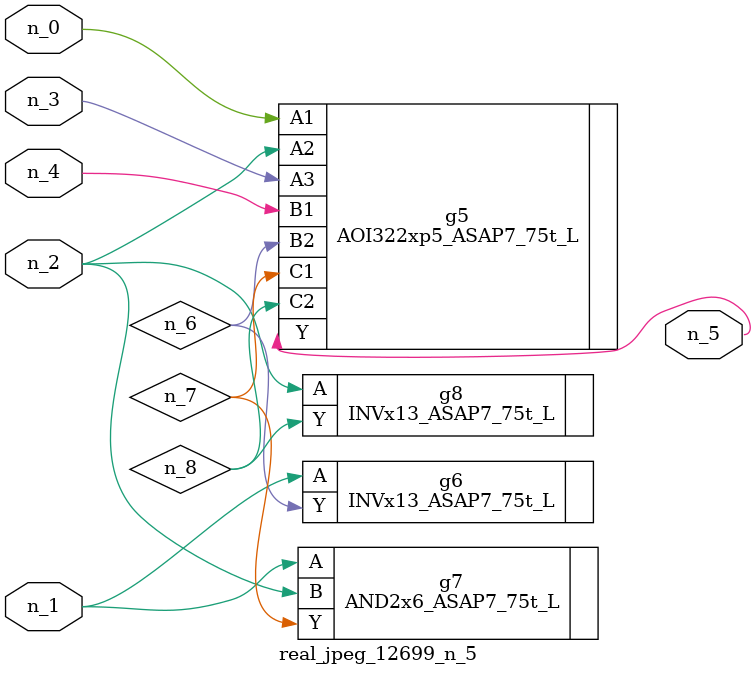
<source format=v>
module real_jpeg_12699_n_5 (n_4, n_0, n_1, n_2, n_3, n_5);

input n_4;
input n_0;
input n_1;
input n_2;
input n_3;

output n_5;

wire n_8;
wire n_6;
wire n_7;

AOI322xp5_ASAP7_75t_L g5 ( 
.A1(n_0),
.A2(n_2),
.A3(n_3),
.B1(n_4),
.B2(n_6),
.C1(n_7),
.C2(n_8),
.Y(n_5)
);

INVx13_ASAP7_75t_L g6 ( 
.A(n_1),
.Y(n_6)
);

AND2x6_ASAP7_75t_L g7 ( 
.A(n_1),
.B(n_2),
.Y(n_7)
);

INVx13_ASAP7_75t_L g8 ( 
.A(n_2),
.Y(n_8)
);


endmodule
</source>
